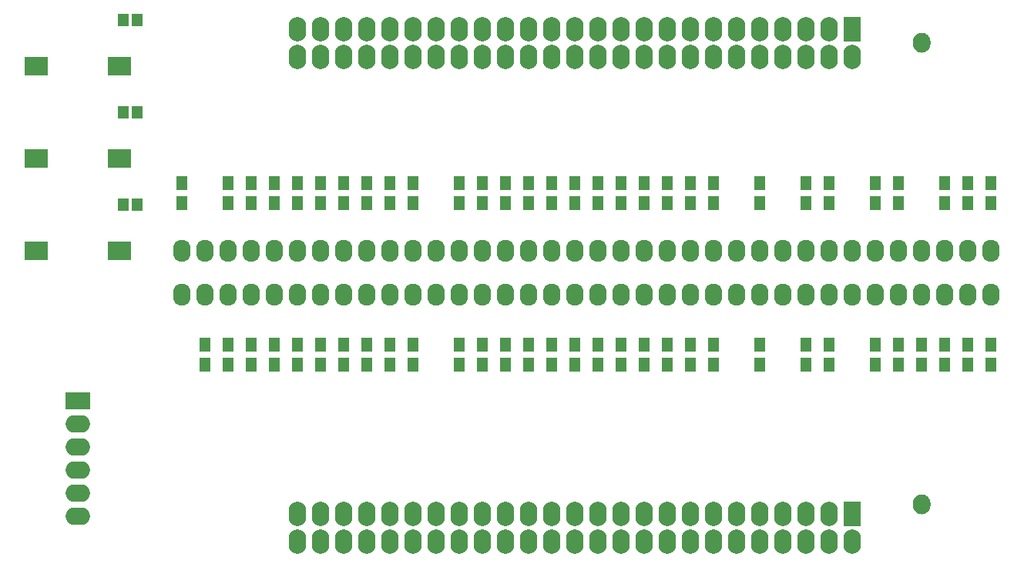
<source format=gts>
G04 #@! TF.FileFunction,Soldermask,Top*
%FSLAX46Y46*%
G04 Gerber Fmt 4.6, Leading zero omitted, Abs format (unit mm)*
G04 Created by KiCad (PCBNEW 4.0.1-stable) date 1/13/2016 10:16:52 PM*
%MOMM*%
G01*
G04 APERTURE LIST*
%ADD10C,0.100000*%
%ADD11C,0.150000*%
%ADD12R,1.924000X2.686000*%
%ADD13O,1.924000X2.686000*%
%ADD14R,2.686000X1.924000*%
%ADD15O,2.686000X1.924000*%
%ADD16O,1.924000X2.432000*%
%ADD17R,1.300000X1.600000*%
%ADD18R,1.250000X1.400000*%
%ADD19R,2.590000X2.000000*%
G04 APERTURE END LIST*
D10*
D11*
X188341000Y-119253000D02*
X188341000Y-119507000D01*
X190119000Y-119253000D02*
X190119000Y-119507000D01*
X188341000Y-119380000D02*
X190119000Y-119380000D01*
X188912500Y-120269000D02*
X189611000Y-120269000D01*
X189928500Y-120015000D02*
X188531500Y-120015000D01*
X188468000Y-119888000D02*
X189992000Y-119888000D01*
X190055500Y-119761000D02*
X188404500Y-119761000D01*
X188404500Y-119634000D02*
X190055500Y-119634000D01*
X190119000Y-119507000D02*
X188341000Y-119507000D01*
X188341000Y-119507000D02*
G75*
G03X189230000Y-120396000I889000J0D01*
G01*
X189230000Y-120396000D02*
G75*
G03X190119000Y-119507000I0J889000D01*
G01*
X189611000Y-118491000D02*
X188849000Y-118491000D01*
X188531500Y-118745000D02*
X189928500Y-118745000D01*
X189992000Y-118872000D02*
X188468000Y-118872000D01*
X188404500Y-118999000D02*
X190055500Y-118999000D01*
X190055500Y-119126000D02*
X188404500Y-119126000D01*
X190119000Y-119253000D02*
X188341000Y-119253000D01*
X189230000Y-118364000D02*
G75*
G03X188341000Y-119253000I0J-889000D01*
G01*
X190119000Y-119253000D02*
G75*
G03X189230000Y-118364000I-889000J0D01*
G01*
X190119000Y-68707000D02*
X190119000Y-68453000D01*
X188341000Y-68707000D02*
X188341000Y-68453000D01*
X190119000Y-68580000D02*
X188341000Y-68580000D01*
X189547500Y-67691000D02*
X188849000Y-67691000D01*
X188531500Y-67945000D02*
X189928500Y-67945000D01*
X189992000Y-68072000D02*
X188468000Y-68072000D01*
X188404500Y-68199000D02*
X190055500Y-68199000D01*
X190055500Y-68326000D02*
X188404500Y-68326000D01*
X188341000Y-68453000D02*
X190119000Y-68453000D01*
X190119000Y-68453000D02*
G75*
G03X189230000Y-67564000I-889000J0D01*
G01*
X189230000Y-67564000D02*
G75*
G03X188341000Y-68453000I0J-889000D01*
G01*
X188849000Y-69469000D02*
X189611000Y-69469000D01*
X189928500Y-69215000D02*
X188531500Y-69215000D01*
X188468000Y-69088000D02*
X189992000Y-69088000D01*
X190055500Y-68961000D02*
X188404500Y-68961000D01*
X188404500Y-68834000D02*
X190055500Y-68834000D01*
X188341000Y-68707000D02*
X190119000Y-68707000D01*
X189230000Y-69596000D02*
G75*
G03X190119000Y-68707000I0J889000D01*
G01*
X188341000Y-68707000D02*
G75*
G03X189230000Y-69596000I889000J0D01*
G01*
D12*
X181610000Y-67056000D03*
D13*
X179070000Y-67056000D03*
X176530000Y-67056000D03*
X173990000Y-67056000D03*
X171450000Y-67056000D03*
X168910000Y-67056000D03*
X166370000Y-67056000D03*
X163830000Y-67056000D03*
X161290000Y-67056000D03*
X158750000Y-67056000D03*
X156210000Y-67056000D03*
X153670000Y-67056000D03*
X151130000Y-67056000D03*
X148590000Y-67056000D03*
X146050000Y-67056000D03*
X143510000Y-67056000D03*
X140970000Y-67056000D03*
X138430000Y-67056000D03*
X135890000Y-67056000D03*
X133350000Y-67056000D03*
X130810000Y-67056000D03*
X128270000Y-67056000D03*
X125730000Y-67056000D03*
X123190000Y-67056000D03*
X181610000Y-70104000D03*
X179070000Y-70104000D03*
X176530000Y-70104000D03*
X173990000Y-70104000D03*
X171450000Y-70104000D03*
X168910000Y-70104000D03*
X166370000Y-70104000D03*
X163830000Y-70104000D03*
X161290000Y-70104000D03*
X158750000Y-70104000D03*
X156210000Y-70104000D03*
X153670000Y-70104000D03*
X151130000Y-70104000D03*
X148590000Y-70104000D03*
X146050000Y-70104000D03*
X143510000Y-70104000D03*
X140970000Y-70104000D03*
X138430000Y-70104000D03*
X135890000Y-70104000D03*
X133350000Y-70104000D03*
X130810000Y-70104000D03*
X128270000Y-70104000D03*
X125730000Y-70104000D03*
X123190000Y-70104000D03*
X120650000Y-67056000D03*
X120650000Y-70104000D03*
D12*
X181610000Y-120396000D03*
D13*
X179070000Y-120396000D03*
X176530000Y-120396000D03*
X173990000Y-120396000D03*
X171450000Y-120396000D03*
X168910000Y-120396000D03*
X166370000Y-120396000D03*
X163830000Y-120396000D03*
X161290000Y-120396000D03*
X158750000Y-120396000D03*
X156210000Y-120396000D03*
X153670000Y-120396000D03*
X151130000Y-120396000D03*
X148590000Y-120396000D03*
X146050000Y-120396000D03*
X143510000Y-120396000D03*
X140970000Y-120396000D03*
X138430000Y-120396000D03*
X135890000Y-120396000D03*
X133350000Y-120396000D03*
X130810000Y-120396000D03*
X128270000Y-120396000D03*
X125730000Y-120396000D03*
X123190000Y-120396000D03*
X181610000Y-123444000D03*
X179070000Y-123444000D03*
X176530000Y-123444000D03*
X173990000Y-123444000D03*
X171450000Y-123444000D03*
X168910000Y-123444000D03*
X166370000Y-123444000D03*
X163830000Y-123444000D03*
X161290000Y-123444000D03*
X158750000Y-123444000D03*
X156210000Y-123444000D03*
X153670000Y-123444000D03*
X151130000Y-123444000D03*
X148590000Y-123444000D03*
X146050000Y-123444000D03*
X143510000Y-123444000D03*
X140970000Y-123444000D03*
X138430000Y-123444000D03*
X135890000Y-123444000D03*
X133350000Y-123444000D03*
X130810000Y-123444000D03*
X128270000Y-123444000D03*
X125730000Y-123444000D03*
X123190000Y-123444000D03*
X120650000Y-120396000D03*
X120650000Y-123444000D03*
D14*
X96520000Y-107950000D03*
D15*
X96520000Y-110490000D03*
X96520000Y-113030000D03*
X96520000Y-115570000D03*
X96520000Y-118110000D03*
X96520000Y-120650000D03*
D16*
X107950000Y-91490800D03*
X107950000Y-96342200D03*
X110490000Y-91490800D03*
X110490000Y-96342200D03*
X113030000Y-91490800D03*
X113030000Y-96342200D03*
X115570000Y-91490800D03*
X115570000Y-96342200D03*
X118110000Y-91490800D03*
X118110000Y-96342200D03*
X120650000Y-91490800D03*
X120650000Y-96342200D03*
X123190000Y-91490800D03*
X123190000Y-96342200D03*
X125730000Y-91490800D03*
X125730000Y-96342200D03*
X128270000Y-91490800D03*
X128270000Y-96342200D03*
X130810000Y-91490800D03*
X130810000Y-96342200D03*
X133350000Y-91490800D03*
X133350000Y-96342200D03*
X135890000Y-91490800D03*
X135890000Y-96342200D03*
X138430000Y-91490800D03*
X138430000Y-96342200D03*
X140970000Y-91490800D03*
X140970000Y-96342200D03*
X143510000Y-91490800D03*
X143510000Y-96342200D03*
X146050000Y-91490800D03*
X146050000Y-96342200D03*
X148590000Y-91490800D03*
X148590000Y-96342200D03*
X151130000Y-91490800D03*
X151130000Y-96342200D03*
X153670000Y-91440000D03*
X153670000Y-96342200D03*
X156210000Y-91440000D03*
X156210000Y-96342200D03*
X158750000Y-91440000D03*
X158750000Y-96342200D03*
X161290000Y-91440000D03*
X161290000Y-96342200D03*
X163830000Y-91440000D03*
X163830000Y-96342200D03*
X166370000Y-91440000D03*
X166370000Y-96342200D03*
X168910000Y-91440000D03*
X168910000Y-96342200D03*
X171450000Y-91440000D03*
X171450000Y-96342200D03*
X173990000Y-91440000D03*
X173990000Y-96342200D03*
X176530000Y-91440000D03*
X176530000Y-96342200D03*
X179070000Y-91440000D03*
X179070000Y-96342200D03*
X181610000Y-91440000D03*
X181610000Y-96342200D03*
X184150000Y-91440000D03*
X184150000Y-96342200D03*
X186690000Y-91440000D03*
X186690000Y-96342200D03*
X189230000Y-91440000D03*
X189230000Y-96342200D03*
X191770000Y-91440000D03*
X191770000Y-96342200D03*
X194310000Y-91440000D03*
X194310000Y-96342200D03*
X196850000Y-91440000D03*
X196850000Y-96342200D03*
D17*
X196850000Y-83990000D03*
X196850000Y-86190000D03*
X191770000Y-83990000D03*
X191770000Y-86190000D03*
X184150000Y-83990000D03*
X184150000Y-86190000D03*
X176530000Y-83990000D03*
X176530000Y-86190000D03*
X166370000Y-83990000D03*
X166370000Y-86190000D03*
X161290000Y-83990000D03*
X161290000Y-86190000D03*
X156210000Y-83990000D03*
X156210000Y-86190000D03*
X151130000Y-83990000D03*
X151130000Y-86190000D03*
X146050000Y-83990000D03*
X146050000Y-86190000D03*
X140970000Y-83990000D03*
X140970000Y-86190000D03*
X133350000Y-83990000D03*
X133350000Y-86190000D03*
D18*
X102985000Y-66040000D03*
X101485000Y-66040000D03*
X102985000Y-76200000D03*
X101485000Y-76200000D03*
D17*
X194310000Y-86190000D03*
X194310000Y-83990000D03*
X186690000Y-86190000D03*
X186690000Y-83990000D03*
X179070000Y-86190000D03*
X179070000Y-83990000D03*
X171450000Y-86190000D03*
X171450000Y-83990000D03*
X163830000Y-86190000D03*
X163830000Y-83990000D03*
X158750000Y-86190000D03*
X158750000Y-83990000D03*
X153670000Y-86190000D03*
X153670000Y-83990000D03*
X148590000Y-86190000D03*
X148590000Y-83990000D03*
X143510000Y-86190000D03*
X143510000Y-83990000D03*
X138430000Y-86190000D03*
X138430000Y-83990000D03*
X107950000Y-86190000D03*
X107950000Y-83990000D03*
X130810000Y-86190000D03*
X130810000Y-83990000D03*
X128270000Y-86190000D03*
X128270000Y-83990000D03*
X125730000Y-86190000D03*
X125730000Y-83990000D03*
X123190000Y-86190000D03*
X123190000Y-83990000D03*
X120650000Y-86190000D03*
X120650000Y-83990000D03*
X118110000Y-86190000D03*
X118110000Y-83990000D03*
X115570000Y-86190000D03*
X115570000Y-83990000D03*
X113030000Y-86190000D03*
X113030000Y-83990000D03*
D18*
X102985000Y-86360000D03*
X101485000Y-86360000D03*
D17*
X194310000Y-103970000D03*
X194310000Y-101770000D03*
X189230000Y-103970000D03*
X189230000Y-101770000D03*
X184150000Y-103970000D03*
X184150000Y-101770000D03*
X176530000Y-103970000D03*
X176530000Y-101770000D03*
X166370000Y-103970000D03*
X166370000Y-101770000D03*
X161290000Y-103970000D03*
X161290000Y-101770000D03*
X156210000Y-103970000D03*
X156210000Y-101770000D03*
X151130000Y-103970000D03*
X151130000Y-101770000D03*
X146050000Y-103970000D03*
X146050000Y-101770000D03*
X140970000Y-103970000D03*
X140970000Y-101770000D03*
X133350000Y-103970000D03*
X133350000Y-101770000D03*
X130810000Y-103970000D03*
X130810000Y-101770000D03*
X128270000Y-103970000D03*
X128270000Y-101770000D03*
X125730000Y-103970000D03*
X125730000Y-101770000D03*
X123190000Y-103970000D03*
X123190000Y-101770000D03*
X120650000Y-103970000D03*
X120650000Y-101770000D03*
X118110000Y-103970000D03*
X118110000Y-101770000D03*
X115570000Y-103970000D03*
X115570000Y-101770000D03*
X113030000Y-103970000D03*
X113030000Y-101770000D03*
X110490000Y-103970000D03*
X110490000Y-101770000D03*
X196850000Y-101770000D03*
X196850000Y-103970000D03*
X191770000Y-101770000D03*
X191770000Y-103970000D03*
X186690000Y-101770000D03*
X186690000Y-103970000D03*
X179070000Y-101770000D03*
X179070000Y-103970000D03*
X171450000Y-101770000D03*
X171450000Y-103970000D03*
X163830000Y-101770000D03*
X163830000Y-103970000D03*
X158750000Y-101770000D03*
X158750000Y-103970000D03*
X153670000Y-101770000D03*
X153670000Y-103970000D03*
X148590000Y-101770000D03*
X148590000Y-103970000D03*
X143510000Y-101770000D03*
X143510000Y-103970000D03*
X138430000Y-103970000D03*
X138430000Y-101770000D03*
D19*
X101115000Y-71120000D03*
X91925000Y-71120000D03*
X101115000Y-81280000D03*
X91925000Y-81280000D03*
X101115000Y-91440000D03*
X91925000Y-91440000D03*
D10*
G36*
X189880000Y-119280000D02*
X188580000Y-119280000D01*
X188680000Y-118480000D01*
X189780000Y-118480000D01*
X189880000Y-119280000D01*
X189880000Y-119280000D01*
G37*
G36*
X188580000Y-119480000D02*
X189880000Y-119480000D01*
X189780000Y-120280000D01*
X188680000Y-120280000D01*
X188580000Y-119480000D01*
X188580000Y-119480000D01*
G37*
G36*
X188580000Y-68680000D02*
X189880000Y-68680000D01*
X189780000Y-69480000D01*
X188680000Y-69480000D01*
X188580000Y-68680000D01*
X188580000Y-68680000D01*
G37*
G36*
X189880000Y-68480000D02*
X188580000Y-68480000D01*
X188680000Y-67680000D01*
X189780000Y-67680000D01*
X189880000Y-68480000D01*
X189880000Y-68480000D01*
G37*
M02*

</source>
